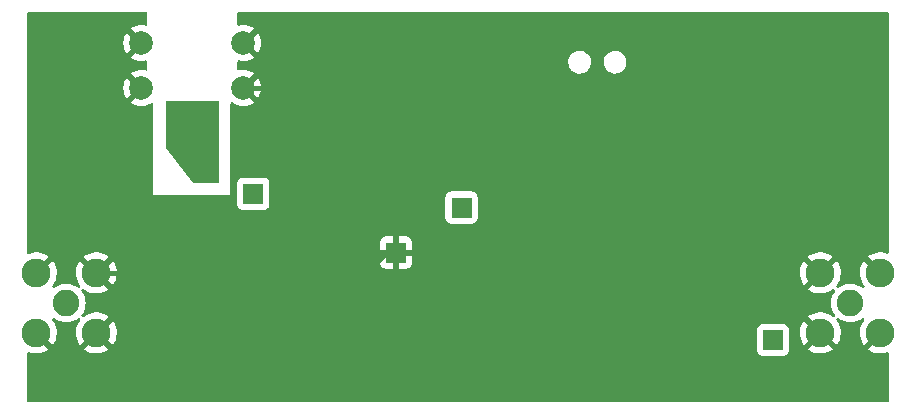
<source format=gbl>
G04 #@! TF.GenerationSoftware,KiCad,Pcbnew,(6.0.0)*
G04 #@! TF.CreationDate,2022-02-06T13:52:44+09:00*
G04 #@! TF.ProjectId,mt_signallevelconv,6d745f73-6967-46e6-916c-6c6576656c63,0.1*
G04 #@! TF.SameCoordinates,Original*
G04 #@! TF.FileFunction,Copper,L2,Bot*
G04 #@! TF.FilePolarity,Positive*
%FSLAX46Y46*%
G04 Gerber Fmt 4.6, Leading zero omitted, Abs format (unit mm)*
G04 Created by KiCad (PCBNEW (6.0.0)) date 2022-02-06 13:52:44*
%MOMM*%
%LPD*%
G01*
G04 APERTURE LIST*
G04 #@! TA.AperFunction,ComponentPad*
%ADD10R,1.700000X1.700000*%
G04 #@! TD*
G04 #@! TA.AperFunction,ComponentPad*
%ADD11C,2.450000*%
G04 #@! TD*
G04 #@! TA.AperFunction,ComponentPad*
%ADD12C,2.250000*%
G04 #@! TD*
G04 #@! TA.AperFunction,ComponentPad*
%ADD13C,2.010000*%
G04 #@! TD*
G04 #@! TA.AperFunction,ViaPad*
%ADD14C,0.889000*%
G04 #@! TD*
G04 #@! TA.AperFunction,Conductor*
%ADD15C,0.406400*%
G04 #@! TD*
G04 APERTURE END LIST*
D10*
G04 #@! TO.P,J3,1,Pin_1*
G04 #@! TO.N,Net-(J3-Pad1)*
X114178800Y-78783600D03*
G04 #@! TD*
G04 #@! TO.P,J5,1,Pin_1*
G04 #@! TO.N,GND*
X82262600Y-71366800D03*
G04 #@! TD*
G04 #@! TO.P,J6,1,Pin_1*
G04 #@! TO.N,/5V*
X70179200Y-66391200D03*
G04 #@! TD*
G04 #@! TO.P,J7,1,Pin_1*
G04 #@! TO.N,/3V3*
X87808800Y-67556000D03*
G04 #@! TD*
D11*
G04 #@! TO.P,J4,1,1*
G04 #@! TO.N,GND*
X123272000Y-73094000D03*
G04 #@! TO.P,J4,2,2*
X123272000Y-78174000D03*
G04 #@! TO.P,J4,3,3*
X118192000Y-73094000D03*
G04 #@! TO.P,J4,4,4*
X118192000Y-78174000D03*
D12*
G04 #@! TO.P,J4,5,5*
G04 #@! TO.N,Net-(J4-Pad5)*
X120732000Y-75634000D03*
G04 #@! TD*
D11*
G04 #@! TO.P,J1,1,1*
G04 #@! TO.N,GND*
X51808000Y-78174000D03*
G04 #@! TO.P,J1,2,2*
X51808000Y-73094000D03*
G04 #@! TO.P,J1,3,3*
X56888000Y-78174000D03*
G04 #@! TO.P,J1,4,4*
X56888000Y-73094000D03*
D12*
G04 #@! TO.P,J1,5,5*
G04 #@! TO.N,Net-(C1-Pad1)*
X54348000Y-75634000D03*
G04 #@! TD*
D13*
G04 #@! TO.P,J2,MH1,MH1*
G04 #@! TO.N,GND*
X69345000Y-53625000D03*
G04 #@! TO.P,J2,MH2,MH2*
X60705000Y-53625000D03*
G04 #@! TO.P,J2,MH3,MH3*
X69345000Y-57425000D03*
G04 #@! TO.P,J2,MH4,MH4*
X60705000Y-57425000D03*
G04 #@! TD*
D14*
G04 #@! TO.N,GND*
X104700000Y-78725000D03*
X60925000Y-61425000D03*
X52775000Y-69475000D03*
X63625000Y-73850000D03*
X61000000Y-77775000D03*
X64175000Y-71300000D03*
X75975000Y-71400000D03*
X111325000Y-63250000D03*
X121375000Y-63100000D03*
X52675000Y-52575000D03*
X52425000Y-82625000D03*
X70125000Y-73575000D03*
X80900000Y-74100000D03*
X85925000Y-80150000D03*
X75775000Y-80950000D03*
X87900000Y-73375000D03*
X93100000Y-78900000D03*
X99550000Y-82325000D03*
X100200000Y-73075000D03*
X96600000Y-62950000D03*
X105300000Y-72525000D03*
X100825000Y-62950000D03*
X104025000Y-52750000D03*
X121650000Y-53225000D03*
X117276000Y-82876000D03*
G04 #@! TO.N,/5V*
X66545000Y-59205000D03*
X65278000Y-64008000D03*
X66545000Y-64930000D03*
X63505000Y-59177000D03*
G04 #@! TO.N,GND*
X77220400Y-65527600D03*
X75634000Y-77158000D03*
X77542800Y-57331200D03*
X81026000Y-54610000D03*
X91694000Y-62992000D03*
X92956000Y-71636000D03*
G04 #@! TD*
D15*
G04 #@! TO.N,GND*
X92956000Y-64254000D02*
X92956000Y-71636000D01*
X91694000Y-62992000D02*
X92956000Y-64254000D01*
G04 #@! TO.N,/5V*
X63505000Y-59177000D02*
X63505000Y-62235000D01*
X63505000Y-62235000D02*
X65278000Y-64008000D01*
G04 #@! TO.N,GND*
X75634000Y-77158000D02*
X71570000Y-73094000D01*
X75634000Y-77158000D02*
X81425200Y-71366800D01*
X92686800Y-71366800D02*
X82262600Y-71366800D01*
X78304800Y-57331200D02*
X77542800Y-57331200D01*
X77220400Y-65527600D02*
X77220400Y-65300400D01*
X77542800Y-57331200D02*
X77449000Y-57425000D01*
X77449000Y-57425000D02*
X69345000Y-57425000D01*
X77220400Y-65300400D02*
X69345000Y-57425000D01*
X92956000Y-71636000D02*
X92686800Y-71366800D01*
X71570000Y-73094000D02*
X56888000Y-73094000D01*
X81026000Y-54610000D02*
X78304800Y-57331200D01*
X81425200Y-71366800D02*
X82262600Y-71366800D01*
G04 #@! TD*
G04 #@! TA.AperFunction,Conductor*
G04 #@! TO.N,GND*
G36*
X68820700Y-67289334D02*
G01*
X68827455Y-67351516D01*
X68878585Y-67487905D01*
X68965939Y-67604461D01*
X69082495Y-67691815D01*
X69218884Y-67742945D01*
X69250000Y-67746325D01*
X69250000Y-84000000D01*
X60725000Y-84000000D01*
X60725000Y-66500000D01*
X68820700Y-66500000D01*
X68820700Y-67289334D01*
G37*
G04 #@! TD.AperFunction*
G04 #@! TD*
G04 #@! TA.AperFunction,Conductor*
G04 #@! TO.N,GND*
G36*
X123942121Y-51020002D02*
G01*
X123988614Y-51073658D01*
X124000000Y-51126000D01*
X124000000Y-71334698D01*
X123979998Y-71402819D01*
X123926342Y-71449312D01*
X123856068Y-71459416D01*
X123835587Y-71454700D01*
X123682140Y-71405581D01*
X123673089Y-71403408D01*
X123428076Y-71363505D01*
X123418787Y-71362693D01*
X123170583Y-71359443D01*
X123161272Y-71360013D01*
X122915319Y-71393485D01*
X122906183Y-71395427D01*
X122667882Y-71464886D01*
X122659139Y-71468155D01*
X122433715Y-71572077D01*
X122425560Y-71576597D01*
X122252410Y-71690119D01*
X122243273Y-71700860D01*
X122247846Y-71710636D01*
X123542115Y-73004905D01*
X123576141Y-73067217D01*
X123571076Y-73138032D01*
X123542115Y-73183095D01*
X123361095Y-73364115D01*
X123298783Y-73398141D01*
X123227968Y-73393076D01*
X123182905Y-73364115D01*
X121891075Y-72072285D01*
X121877766Y-72065017D01*
X121867731Y-72072137D01*
X121860174Y-72081223D01*
X121854753Y-72088823D01*
X121725984Y-72301028D01*
X121721746Y-72309345D01*
X121625756Y-72538254D01*
X121622795Y-72547104D01*
X121561695Y-72787687D01*
X121560074Y-72796881D01*
X121535206Y-73043853D01*
X121534961Y-73053180D01*
X121546871Y-73301120D01*
X121548008Y-73310380D01*
X121596435Y-73553843D01*
X121598924Y-73562818D01*
X121682806Y-73796447D01*
X121686603Y-73804975D01*
X121804091Y-74023630D01*
X121809102Y-74031497D01*
X121905837Y-74161041D01*
X121930569Y-74227591D01*
X121915395Y-74296947D01*
X121865133Y-74347089D01*
X121795740Y-74362098D01*
X121729250Y-74337208D01*
X121723049Y-74332241D01*
X121698881Y-74311599D01*
X121698874Y-74311594D01*
X121695116Y-74308384D01*
X121475887Y-74174040D01*
X121471317Y-74172147D01*
X121471313Y-74172145D01*
X121242913Y-74077539D01*
X121242911Y-74077538D01*
X121238340Y-74075645D01*
X121151498Y-74054796D01*
X120993139Y-74016777D01*
X120993133Y-74016776D01*
X120988326Y-74015622D01*
X120732000Y-73995449D01*
X120475674Y-74015622D01*
X120470867Y-74016776D01*
X120470861Y-74016777D01*
X120312502Y-74054796D01*
X120225660Y-74075645D01*
X120221089Y-74077538D01*
X120221087Y-74077539D01*
X119992687Y-74172145D01*
X119992683Y-74172147D01*
X119988113Y-74174040D01*
X119768884Y-74308384D01*
X119755705Y-74319640D01*
X119690917Y-74348670D01*
X119620717Y-74338063D01*
X119567395Y-74291188D01*
X119547880Y-74222926D01*
X119568369Y-74154950D01*
X119574205Y-74147260D01*
X119574019Y-74147120D01*
X119582446Y-74135937D01*
X119716732Y-73927166D01*
X119721179Y-73918974D01*
X119823132Y-73692647D01*
X119826323Y-73683880D01*
X119893701Y-73444977D01*
X119895561Y-73435835D01*
X119927079Y-73188083D01*
X119927560Y-73181797D01*
X119929776Y-73097160D01*
X119929625Y-73090851D01*
X119911116Y-72841780D01*
X119909739Y-72832574D01*
X119854954Y-72590456D01*
X119852230Y-72581545D01*
X119762261Y-72350191D01*
X119758247Y-72341774D01*
X119635068Y-72126257D01*
X119629858Y-72118534D01*
X119595589Y-72075063D01*
X119583665Y-72066593D01*
X119572130Y-72073080D01*
X117172158Y-74473052D01*
X117165499Y-74485246D01*
X117174210Y-74496763D01*
X117267310Y-74565028D01*
X117275213Y-74569965D01*
X117494880Y-74685538D01*
X117503454Y-74689266D01*
X117737793Y-74771101D01*
X117746802Y-74773515D01*
X117990682Y-74819817D01*
X117999936Y-74820871D01*
X118247982Y-74830617D01*
X118257295Y-74830291D01*
X118504047Y-74803268D01*
X118513224Y-74801567D01*
X118753269Y-74738369D01*
X118762089Y-74735332D01*
X118990160Y-74637345D01*
X118998432Y-74633038D01*
X119209515Y-74502416D01*
X119217052Y-74496940D01*
X119248275Y-74470508D01*
X119313191Y-74441760D01*
X119383344Y-74452673D01*
X119436461Y-74499780D01*
X119455678Y-74568126D01*
X119434893Y-74636012D01*
X119425498Y-74648504D01*
X119406384Y-74670884D01*
X119272040Y-74890113D01*
X119173645Y-75127660D01*
X119113622Y-75377674D01*
X119093449Y-75634000D01*
X119113622Y-75890326D01*
X119173645Y-76140340D01*
X119272040Y-76377887D01*
X119406384Y-76597116D01*
X119424012Y-76617755D01*
X119453041Y-76682545D01*
X119442434Y-76752744D01*
X119395558Y-76806066D01*
X119327296Y-76825580D01*
X119256378Y-76803110D01*
X119077872Y-76679275D01*
X119069837Y-76674542D01*
X118847201Y-76564750D01*
X118838568Y-76561262D01*
X118602140Y-76485581D01*
X118593089Y-76483408D01*
X118348076Y-76443505D01*
X118338787Y-76442693D01*
X118090583Y-76439443D01*
X118081272Y-76440013D01*
X117835319Y-76473485D01*
X117826183Y-76475427D01*
X117587882Y-76544886D01*
X117579139Y-76548155D01*
X117353715Y-76652077D01*
X117345560Y-76656597D01*
X117172410Y-76770119D01*
X117163273Y-76780860D01*
X117167846Y-76790636D01*
X119573823Y-79196613D01*
X119586203Y-79203373D01*
X119594544Y-79197129D01*
X119716732Y-79007166D01*
X119721178Y-78998977D01*
X119823132Y-78772647D01*
X119826323Y-78763880D01*
X119893701Y-78524977D01*
X119895561Y-78515835D01*
X119927079Y-78268083D01*
X119927560Y-78261797D01*
X119929776Y-78177160D01*
X119929625Y-78170851D01*
X119911116Y-77921780D01*
X119909739Y-77912574D01*
X119854954Y-77670456D01*
X119852230Y-77661545D01*
X119762261Y-77430191D01*
X119758247Y-77421774D01*
X119635070Y-77206262D01*
X119629854Y-77198529D01*
X119558821Y-77108423D01*
X119532356Y-77042543D01*
X119545709Y-76972813D01*
X119594641Y-76921373D01*
X119663617Y-76904553D01*
X119730736Y-76927694D01*
X119739601Y-76934606D01*
X119765119Y-76956401D01*
X119765124Y-76956404D01*
X119768884Y-76959616D01*
X119988113Y-77093960D01*
X119992683Y-77095853D01*
X119992687Y-77095855D01*
X120221087Y-77190461D01*
X120225660Y-77192355D01*
X120251377Y-77198529D01*
X120470861Y-77251223D01*
X120470867Y-77251224D01*
X120475674Y-77252378D01*
X120732000Y-77272551D01*
X120988326Y-77252378D01*
X120993133Y-77251224D01*
X120993139Y-77251223D01*
X121212623Y-77198529D01*
X121238340Y-77192355D01*
X121242913Y-77190461D01*
X121471313Y-77095855D01*
X121471317Y-77095853D01*
X121475887Y-77093960D01*
X121695116Y-76959616D01*
X121720437Y-76937990D01*
X121785227Y-76908959D01*
X121855427Y-76919564D01*
X121908749Y-76966439D01*
X121928264Y-77034701D01*
X121907776Y-77102677D01*
X121899141Y-77114371D01*
X121860167Y-77161232D01*
X121854757Y-77168817D01*
X121725984Y-77381028D01*
X121721746Y-77389345D01*
X121625756Y-77618254D01*
X121622795Y-77627104D01*
X121561695Y-77867687D01*
X121560074Y-77876881D01*
X121535206Y-78123853D01*
X121534961Y-78133180D01*
X121546871Y-78381120D01*
X121548008Y-78390380D01*
X121596435Y-78633843D01*
X121598924Y-78642818D01*
X121682806Y-78876447D01*
X121686603Y-78884975D01*
X121804091Y-79103630D01*
X121809105Y-79111501D01*
X121869308Y-79192123D01*
X121880569Y-79200574D01*
X121892987Y-79193803D01*
X123182905Y-77903885D01*
X123245217Y-77869859D01*
X123316032Y-77874924D01*
X123361095Y-77903885D01*
X123542115Y-78084905D01*
X123576141Y-78147217D01*
X123571076Y-78218032D01*
X123542115Y-78263095D01*
X122252158Y-79553052D01*
X122245499Y-79565246D01*
X122254210Y-79576763D01*
X122347310Y-79645028D01*
X122355213Y-79649965D01*
X122574880Y-79765538D01*
X122583454Y-79769266D01*
X122817793Y-79851101D01*
X122826802Y-79853515D01*
X123070682Y-79899817D01*
X123079936Y-79900871D01*
X123327982Y-79910617D01*
X123337295Y-79910291D01*
X123584047Y-79883268D01*
X123593224Y-79881567D01*
X123837792Y-79817178D01*
X123838070Y-79818232D01*
X123903910Y-79815207D01*
X123965336Y-79850807D01*
X123997763Y-79913966D01*
X124000000Y-79937605D01*
X124000000Y-83874000D01*
X123979998Y-83942121D01*
X123926342Y-83988614D01*
X123874000Y-84000000D01*
X68250000Y-84000000D01*
X68250000Y-79681734D01*
X112820300Y-79681734D01*
X112827055Y-79743916D01*
X112878185Y-79880305D01*
X112965539Y-79996861D01*
X113082095Y-80084215D01*
X113218484Y-80135345D01*
X113280666Y-80142100D01*
X115076934Y-80142100D01*
X115139116Y-80135345D01*
X115275505Y-80084215D01*
X115392061Y-79996861D01*
X115479415Y-79880305D01*
X115530545Y-79743916D01*
X115537300Y-79681734D01*
X115537300Y-79565246D01*
X117165499Y-79565246D01*
X117174210Y-79576763D01*
X117267310Y-79645028D01*
X117275213Y-79649965D01*
X117494880Y-79765538D01*
X117503454Y-79769266D01*
X117737793Y-79851101D01*
X117746802Y-79853515D01*
X117990682Y-79899817D01*
X117999936Y-79900871D01*
X118247982Y-79910617D01*
X118257295Y-79910291D01*
X118504047Y-79883268D01*
X118513224Y-79881567D01*
X118753269Y-79818369D01*
X118762089Y-79815332D01*
X118990160Y-79717345D01*
X118998432Y-79713038D01*
X119209513Y-79582417D01*
X119213904Y-79579227D01*
X119221778Y-79567279D01*
X119215715Y-79556925D01*
X118204812Y-78546022D01*
X118190868Y-78538408D01*
X118189035Y-78538539D01*
X118182420Y-78542790D01*
X117172158Y-79553052D01*
X117165499Y-79565246D01*
X115537300Y-79565246D01*
X115537300Y-78133180D01*
X116454961Y-78133180D01*
X116466871Y-78381120D01*
X116468008Y-78390380D01*
X116516435Y-78633843D01*
X116518924Y-78642818D01*
X116602806Y-78876447D01*
X116606603Y-78884975D01*
X116724091Y-79103630D01*
X116729105Y-79111501D01*
X116789308Y-79192123D01*
X116800569Y-79200574D01*
X116812987Y-79193803D01*
X117819978Y-78186812D01*
X117827592Y-78172868D01*
X117827461Y-78171035D01*
X117823210Y-78164420D01*
X116811075Y-77152285D01*
X116797766Y-77145017D01*
X116787731Y-77152137D01*
X116780174Y-77161223D01*
X116774753Y-77168823D01*
X116645984Y-77381028D01*
X116641746Y-77389345D01*
X116545756Y-77618254D01*
X116542795Y-77627104D01*
X116481695Y-77867687D01*
X116480074Y-77876881D01*
X116455206Y-78123853D01*
X116454961Y-78133180D01*
X115537300Y-78133180D01*
X115537300Y-77885466D01*
X115530545Y-77823284D01*
X115479415Y-77686895D01*
X115392061Y-77570339D01*
X115275505Y-77482985D01*
X115139116Y-77431855D01*
X115076934Y-77425100D01*
X113280666Y-77425100D01*
X113218484Y-77431855D01*
X113082095Y-77482985D01*
X112965539Y-77570339D01*
X112878185Y-77686895D01*
X112827055Y-77823284D01*
X112820300Y-77885466D01*
X112820300Y-79681734D01*
X68250000Y-79681734D01*
X68250000Y-73053180D01*
X116454961Y-73053180D01*
X116466871Y-73301120D01*
X116468008Y-73310380D01*
X116516435Y-73553843D01*
X116518924Y-73562818D01*
X116602806Y-73796447D01*
X116606603Y-73804975D01*
X116724091Y-74023630D01*
X116729105Y-74031501D01*
X116789308Y-74112123D01*
X116800569Y-74120574D01*
X116812987Y-74113803D01*
X117819978Y-73106812D01*
X117827592Y-73092868D01*
X117827461Y-73091035D01*
X117823210Y-73084420D01*
X116811075Y-72072285D01*
X116797766Y-72065017D01*
X116787731Y-72072137D01*
X116780174Y-72081223D01*
X116774753Y-72088823D01*
X116645984Y-72301028D01*
X116641746Y-72309345D01*
X116545756Y-72538254D01*
X116542795Y-72547104D01*
X116481695Y-72787687D01*
X116480074Y-72796881D01*
X116455206Y-73043853D01*
X116454961Y-73053180D01*
X68250000Y-73053180D01*
X68250000Y-72261469D01*
X80904601Y-72261469D01*
X80904971Y-72268290D01*
X80910495Y-72319152D01*
X80914121Y-72334404D01*
X80959276Y-72454854D01*
X80967814Y-72470449D01*
X81044315Y-72572524D01*
X81056876Y-72585085D01*
X81158951Y-72661586D01*
X81174546Y-72670124D01*
X81294994Y-72715278D01*
X81310249Y-72718905D01*
X81361114Y-72724431D01*
X81367928Y-72724800D01*
X81990485Y-72724800D01*
X82005724Y-72720325D01*
X82006929Y-72718935D01*
X82008600Y-72711252D01*
X82008600Y-72706684D01*
X82516600Y-72706684D01*
X82521075Y-72721923D01*
X82522465Y-72723128D01*
X82530148Y-72724799D01*
X83157269Y-72724799D01*
X83164090Y-72724429D01*
X83214952Y-72718905D01*
X83230204Y-72715279D01*
X83350654Y-72670124D01*
X83366249Y-72661586D01*
X83468324Y-72585085D01*
X83480885Y-72572524D01*
X83557386Y-72470449D01*
X83565924Y-72454854D01*
X83611078Y-72334406D01*
X83614705Y-72319151D01*
X83620231Y-72268286D01*
X83620600Y-72261472D01*
X83620600Y-71700860D01*
X117163273Y-71700860D01*
X117167846Y-71710636D01*
X118179188Y-72721978D01*
X118193132Y-72729592D01*
X118194965Y-72729461D01*
X118201580Y-72725210D01*
X119212453Y-71714337D01*
X119218837Y-71702647D01*
X119209425Y-71690537D01*
X119077868Y-71599272D01*
X119069839Y-71594543D01*
X118847201Y-71484750D01*
X118838568Y-71481262D01*
X118602140Y-71405581D01*
X118593089Y-71403408D01*
X118348076Y-71363505D01*
X118338787Y-71362693D01*
X118090583Y-71359443D01*
X118081272Y-71360013D01*
X117835319Y-71393485D01*
X117826183Y-71395427D01*
X117587882Y-71464886D01*
X117579139Y-71468155D01*
X117353715Y-71572077D01*
X117345560Y-71576597D01*
X117172410Y-71690119D01*
X117163273Y-71700860D01*
X83620600Y-71700860D01*
X83620600Y-71638915D01*
X83616125Y-71623676D01*
X83614735Y-71622471D01*
X83607052Y-71620800D01*
X82534715Y-71620800D01*
X82519476Y-71625275D01*
X82518271Y-71626665D01*
X82516600Y-71634348D01*
X82516600Y-72706684D01*
X82008600Y-72706684D01*
X82008600Y-71638915D01*
X82004125Y-71623676D01*
X82002735Y-71622471D01*
X81995052Y-71620800D01*
X80922716Y-71620800D01*
X80907477Y-71625275D01*
X80906272Y-71626665D01*
X80904601Y-71634348D01*
X80904601Y-72261469D01*
X68250000Y-72261469D01*
X68250000Y-71094685D01*
X80904600Y-71094685D01*
X80909075Y-71109924D01*
X80910465Y-71111129D01*
X80918148Y-71112800D01*
X81990485Y-71112800D01*
X82005724Y-71108325D01*
X82006929Y-71106935D01*
X82008600Y-71099252D01*
X82008600Y-71094685D01*
X82516600Y-71094685D01*
X82521075Y-71109924D01*
X82522465Y-71111129D01*
X82530148Y-71112800D01*
X83602484Y-71112800D01*
X83617723Y-71108325D01*
X83618928Y-71106935D01*
X83620599Y-71099252D01*
X83620599Y-70472131D01*
X83620229Y-70465310D01*
X83614705Y-70414448D01*
X83611079Y-70399196D01*
X83565924Y-70278746D01*
X83557386Y-70263151D01*
X83480885Y-70161076D01*
X83468324Y-70148515D01*
X83366249Y-70072014D01*
X83350654Y-70063476D01*
X83230206Y-70018322D01*
X83214951Y-70014695D01*
X83164086Y-70009169D01*
X83157272Y-70008800D01*
X82534715Y-70008800D01*
X82519476Y-70013275D01*
X82518271Y-70014665D01*
X82516600Y-70022348D01*
X82516600Y-71094685D01*
X82008600Y-71094685D01*
X82008600Y-70026916D01*
X82004125Y-70011677D01*
X82002735Y-70010472D01*
X81995052Y-70008801D01*
X81367931Y-70008801D01*
X81361110Y-70009171D01*
X81310248Y-70014695D01*
X81294996Y-70018321D01*
X81174546Y-70063476D01*
X81158951Y-70072014D01*
X81056876Y-70148515D01*
X81044315Y-70161076D01*
X80967814Y-70263151D01*
X80959276Y-70278746D01*
X80914122Y-70399194D01*
X80910495Y-70414449D01*
X80904969Y-70465314D01*
X80904600Y-70472128D01*
X80904600Y-71094685D01*
X68250000Y-71094685D01*
X68250000Y-68454134D01*
X86450300Y-68454134D01*
X86457055Y-68516316D01*
X86508185Y-68652705D01*
X86595539Y-68769261D01*
X86712095Y-68856615D01*
X86848484Y-68907745D01*
X86910666Y-68914500D01*
X88706934Y-68914500D01*
X88769116Y-68907745D01*
X88905505Y-68856615D01*
X89022061Y-68769261D01*
X89109415Y-68652705D01*
X89160545Y-68516316D01*
X89167300Y-68454134D01*
X89167300Y-66657866D01*
X89160545Y-66595684D01*
X89109415Y-66459295D01*
X89022061Y-66342739D01*
X88905505Y-66255385D01*
X88769116Y-66204255D01*
X88706934Y-66197500D01*
X86910666Y-66197500D01*
X86848484Y-66204255D01*
X86712095Y-66255385D01*
X86595539Y-66342739D01*
X86508185Y-66459295D01*
X86457055Y-66595684D01*
X86450300Y-66657866D01*
X86450300Y-68454134D01*
X68250000Y-68454134D01*
X68250000Y-67289334D01*
X68820700Y-67289334D01*
X68827455Y-67351516D01*
X68878585Y-67487905D01*
X68965939Y-67604461D01*
X69082495Y-67691815D01*
X69218884Y-67742945D01*
X69281066Y-67749700D01*
X71077334Y-67749700D01*
X71139516Y-67742945D01*
X71275905Y-67691815D01*
X71392461Y-67604461D01*
X71479815Y-67487905D01*
X71530945Y-67351516D01*
X71537700Y-67289334D01*
X71537700Y-65493066D01*
X71530945Y-65430884D01*
X71479815Y-65294495D01*
X71392461Y-65177939D01*
X71275905Y-65090585D01*
X71139516Y-65039455D01*
X71077334Y-65032700D01*
X69281066Y-65032700D01*
X69218884Y-65039455D01*
X69082495Y-65090585D01*
X68965939Y-65177939D01*
X68878585Y-65294495D01*
X68827455Y-65430884D01*
X68820700Y-65493066D01*
X68820700Y-67289334D01*
X68250000Y-67289334D01*
X68250000Y-58752198D01*
X68270002Y-58684077D01*
X68323658Y-58637584D01*
X68393932Y-58627480D01*
X68450063Y-58650263D01*
X68457152Y-58655414D01*
X68651769Y-58774675D01*
X68660563Y-58779156D01*
X68871439Y-58866504D01*
X68880824Y-58869553D01*
X69102770Y-58922838D01*
X69112517Y-58924381D01*
X69340070Y-58942290D01*
X69349930Y-58942290D01*
X69577483Y-58924381D01*
X69587230Y-58922838D01*
X69809176Y-58869553D01*
X69818561Y-58866504D01*
X70029437Y-58779156D01*
X70038231Y-58774675D01*
X70207083Y-58671203D01*
X70216543Y-58660747D01*
X70212759Y-58651969D01*
X69074885Y-57514095D01*
X69040859Y-57451783D01*
X69042694Y-57426132D01*
X69709408Y-57426132D01*
X69709539Y-57427965D01*
X69713790Y-57434580D01*
X70568926Y-58289716D01*
X70581306Y-58296476D01*
X70588956Y-58290749D01*
X70694675Y-58118231D01*
X70699156Y-58109437D01*
X70786504Y-57898561D01*
X70789553Y-57889176D01*
X70842838Y-57667230D01*
X70844381Y-57657483D01*
X70862290Y-57429930D01*
X70862290Y-57420070D01*
X70844381Y-57192517D01*
X70842838Y-57182770D01*
X70789553Y-56960824D01*
X70786504Y-56951439D01*
X70699156Y-56740563D01*
X70694675Y-56731769D01*
X70591203Y-56562917D01*
X70580747Y-56553457D01*
X70571969Y-56557241D01*
X69717022Y-57412188D01*
X69709408Y-57426132D01*
X69042694Y-57426132D01*
X69045924Y-57380968D01*
X69074885Y-57335905D01*
X70209716Y-56201074D01*
X70216476Y-56188694D01*
X70210749Y-56181044D01*
X70038231Y-56075325D01*
X70029437Y-56070844D01*
X69818561Y-55983496D01*
X69809176Y-55980447D01*
X69587230Y-55927162D01*
X69577483Y-55925619D01*
X69349930Y-55907710D01*
X69340070Y-55907710D01*
X69112517Y-55925619D01*
X69102770Y-55927162D01*
X68989414Y-55954377D01*
X68918506Y-55950830D01*
X68860772Y-55909510D01*
X68834542Y-55843537D01*
X68834000Y-55831858D01*
X68834000Y-55304729D01*
X96843307Y-55304729D01*
X96872425Y-55497264D01*
X96874628Y-55503250D01*
X96874629Y-55503256D01*
X96937460Y-55674025D01*
X96937462Y-55674030D01*
X96939663Y-55680011D01*
X97042274Y-55845505D01*
X97046655Y-55850138D01*
X97046656Y-55850139D01*
X97118607Y-55926225D01*
X97176066Y-55986987D01*
X97335575Y-56098676D01*
X97341438Y-56101213D01*
X97508425Y-56173475D01*
X97508429Y-56173476D01*
X97514284Y-56176010D01*
X97520531Y-56177315D01*
X97520534Y-56177316D01*
X97700157Y-56214841D01*
X97700162Y-56214842D01*
X97704893Y-56215830D01*
X97711285Y-56216165D01*
X97854263Y-56216165D01*
X97923551Y-56209127D01*
X97992978Y-56202075D01*
X97992979Y-56202075D01*
X97999327Y-56201430D01*
X98055661Y-56183776D01*
X98179051Y-56145109D01*
X98179056Y-56145107D01*
X98185141Y-56143200D01*
X98272075Y-56095011D01*
X98349871Y-56051888D01*
X98349874Y-56051886D01*
X98355450Y-56048795D01*
X98360291Y-56044646D01*
X98360295Y-56044643D01*
X98498455Y-55926225D01*
X98503298Y-55922074D01*
X98622646Y-55768212D01*
X98663379Y-55685433D01*
X98705800Y-55599221D01*
X98708618Y-55593494D01*
X98710228Y-55587314D01*
X98756092Y-55411240D01*
X98756092Y-55411237D01*
X98757702Y-55405058D01*
X98762960Y-55304729D01*
X99843307Y-55304729D01*
X99872425Y-55497264D01*
X99874628Y-55503250D01*
X99874629Y-55503256D01*
X99937460Y-55674025D01*
X99937462Y-55674030D01*
X99939663Y-55680011D01*
X100042274Y-55845505D01*
X100046655Y-55850138D01*
X100046656Y-55850139D01*
X100118607Y-55926225D01*
X100176066Y-55986987D01*
X100335575Y-56098676D01*
X100341438Y-56101213D01*
X100508425Y-56173475D01*
X100508429Y-56173476D01*
X100514284Y-56176010D01*
X100520531Y-56177315D01*
X100520534Y-56177316D01*
X100700157Y-56214841D01*
X100700162Y-56214842D01*
X100704893Y-56215830D01*
X100711285Y-56216165D01*
X100854263Y-56216165D01*
X100923551Y-56209127D01*
X100992978Y-56202075D01*
X100992979Y-56202075D01*
X100999327Y-56201430D01*
X101055661Y-56183776D01*
X101179051Y-56145109D01*
X101179056Y-56145107D01*
X101185141Y-56143200D01*
X101272075Y-56095011D01*
X101349871Y-56051888D01*
X101349874Y-56051886D01*
X101355450Y-56048795D01*
X101360291Y-56044646D01*
X101360295Y-56044643D01*
X101498455Y-55926225D01*
X101503298Y-55922074D01*
X101622646Y-55768212D01*
X101663379Y-55685433D01*
X101705800Y-55599221D01*
X101708618Y-55593494D01*
X101710228Y-55587314D01*
X101756092Y-55411240D01*
X101756092Y-55411237D01*
X101757702Y-55405058D01*
X101767893Y-55210601D01*
X101738775Y-55018066D01*
X101736572Y-55012080D01*
X101736571Y-55012074D01*
X101673740Y-54841305D01*
X101673738Y-54841300D01*
X101671537Y-54835319D01*
X101568926Y-54669825D01*
X101435134Y-54528343D01*
X101275625Y-54416654D01*
X101227613Y-54395877D01*
X101102775Y-54341855D01*
X101102771Y-54341854D01*
X101096916Y-54339320D01*
X101090669Y-54338015D01*
X101090666Y-54338014D01*
X100911043Y-54300489D01*
X100911038Y-54300488D01*
X100906307Y-54299500D01*
X100899915Y-54299165D01*
X100756937Y-54299165D01*
X100687649Y-54306203D01*
X100618222Y-54313255D01*
X100618221Y-54313255D01*
X100611873Y-54313900D01*
X100598053Y-54318231D01*
X100432149Y-54370221D01*
X100432144Y-54370223D01*
X100426059Y-54372130D01*
X100350313Y-54414117D01*
X100261329Y-54463442D01*
X100261326Y-54463444D01*
X100255750Y-54466535D01*
X100250909Y-54470684D01*
X100250905Y-54470687D01*
X100220817Y-54496476D01*
X100107902Y-54593256D01*
X99988554Y-54747118D01*
X99985738Y-54752841D01*
X99985736Y-54752844D01*
X99905400Y-54916109D01*
X99902582Y-54921836D01*
X99900973Y-54928014D01*
X99900972Y-54928016D01*
X99855255Y-55103528D01*
X99853498Y-55110272D01*
X99843307Y-55304729D01*
X98762960Y-55304729D01*
X98767893Y-55210601D01*
X98738775Y-55018066D01*
X98736572Y-55012080D01*
X98736571Y-55012074D01*
X98673740Y-54841305D01*
X98673738Y-54841300D01*
X98671537Y-54835319D01*
X98568926Y-54669825D01*
X98435134Y-54528343D01*
X98275625Y-54416654D01*
X98227613Y-54395877D01*
X98102775Y-54341855D01*
X98102771Y-54341854D01*
X98096916Y-54339320D01*
X98090669Y-54338015D01*
X98090666Y-54338014D01*
X97911043Y-54300489D01*
X97911038Y-54300488D01*
X97906307Y-54299500D01*
X97899915Y-54299165D01*
X97756937Y-54299165D01*
X97687649Y-54306203D01*
X97618222Y-54313255D01*
X97618221Y-54313255D01*
X97611873Y-54313900D01*
X97598053Y-54318231D01*
X97432149Y-54370221D01*
X97432144Y-54370223D01*
X97426059Y-54372130D01*
X97350313Y-54414117D01*
X97261329Y-54463442D01*
X97261326Y-54463444D01*
X97255750Y-54466535D01*
X97250909Y-54470684D01*
X97250905Y-54470687D01*
X97220817Y-54496476D01*
X97107902Y-54593256D01*
X96988554Y-54747118D01*
X96985738Y-54752841D01*
X96985736Y-54752844D01*
X96905400Y-54916109D01*
X96902582Y-54921836D01*
X96900973Y-54928014D01*
X96900972Y-54928016D01*
X96855255Y-55103528D01*
X96853498Y-55110272D01*
X96843307Y-55304729D01*
X68834000Y-55304729D01*
X68834000Y-55218142D01*
X68854002Y-55150021D01*
X68907658Y-55103528D01*
X68977932Y-55093424D01*
X68989414Y-55095623D01*
X69102770Y-55122838D01*
X69112517Y-55124381D01*
X69340070Y-55142290D01*
X69349930Y-55142290D01*
X69577483Y-55124381D01*
X69587230Y-55122838D01*
X69809176Y-55069553D01*
X69818561Y-55066504D01*
X70029437Y-54979156D01*
X70038231Y-54974675D01*
X70207083Y-54871203D01*
X70216543Y-54860747D01*
X70212759Y-54851969D01*
X69074885Y-53714095D01*
X69040859Y-53651783D01*
X69042694Y-53626132D01*
X69709408Y-53626132D01*
X69709539Y-53627965D01*
X69713790Y-53634580D01*
X70568926Y-54489716D01*
X70581306Y-54496476D01*
X70588956Y-54490749D01*
X70694675Y-54318231D01*
X70699156Y-54309437D01*
X70786504Y-54098561D01*
X70789553Y-54089176D01*
X70842838Y-53867230D01*
X70844381Y-53857483D01*
X70862290Y-53629930D01*
X70862290Y-53620070D01*
X70844381Y-53392517D01*
X70842838Y-53382770D01*
X70789553Y-53160824D01*
X70786504Y-53151439D01*
X70699156Y-52940563D01*
X70694675Y-52931769D01*
X70591203Y-52762917D01*
X70580747Y-52753457D01*
X70571969Y-52757241D01*
X69717022Y-53612188D01*
X69709408Y-53626132D01*
X69042694Y-53626132D01*
X69045924Y-53580968D01*
X69074885Y-53535905D01*
X70209716Y-52401074D01*
X70216476Y-52388694D01*
X70210749Y-52381044D01*
X70038231Y-52275325D01*
X70029437Y-52270844D01*
X69818561Y-52183496D01*
X69809176Y-52180447D01*
X69587230Y-52127162D01*
X69577483Y-52125619D01*
X69349930Y-52107710D01*
X69340070Y-52107710D01*
X69112517Y-52125619D01*
X69102770Y-52127162D01*
X68989414Y-52154377D01*
X68918506Y-52150830D01*
X68860772Y-52109510D01*
X68834542Y-52043537D01*
X68834000Y-52031858D01*
X68834000Y-51126000D01*
X68854002Y-51057879D01*
X68907658Y-51011386D01*
X68960000Y-51000000D01*
X123874000Y-51000000D01*
X123942121Y-51020002D01*
G37*
G04 #@! TD.AperFunction*
G04 #@! TD*
G04 #@! TA.AperFunction,Conductor*
G04 #@! TO.N,GND*
G36*
X61156121Y-51020002D02*
G01*
X61202614Y-51073658D01*
X61214000Y-51126000D01*
X61214000Y-52031378D01*
X61193998Y-52099499D01*
X61140342Y-52145992D01*
X61070068Y-52156096D01*
X61058586Y-52153897D01*
X60947230Y-52127162D01*
X60937483Y-52125619D01*
X60709930Y-52107710D01*
X60700070Y-52107710D01*
X60472517Y-52125619D01*
X60462770Y-52127162D01*
X60240824Y-52180447D01*
X60231439Y-52183496D01*
X60020563Y-52270844D01*
X60011769Y-52275325D01*
X59842917Y-52378797D01*
X59833457Y-52389253D01*
X59837241Y-52398031D01*
X60975115Y-53535905D01*
X61009141Y-53598217D01*
X61004076Y-53669032D01*
X60975115Y-53714095D01*
X59840284Y-54848926D01*
X59833524Y-54861306D01*
X59839251Y-54868956D01*
X60011769Y-54974675D01*
X60020563Y-54979156D01*
X60231439Y-55066504D01*
X60240824Y-55069553D01*
X60462770Y-55122838D01*
X60472517Y-55124381D01*
X60700070Y-55142290D01*
X60709930Y-55142290D01*
X60937483Y-55124381D01*
X60947230Y-55122838D01*
X61058586Y-55096103D01*
X61129494Y-55099650D01*
X61187228Y-55140970D01*
X61213458Y-55206943D01*
X61214000Y-55218622D01*
X61214000Y-55831378D01*
X61193998Y-55899499D01*
X61140342Y-55945992D01*
X61070068Y-55956096D01*
X61058586Y-55953897D01*
X60947230Y-55927162D01*
X60937483Y-55925619D01*
X60709930Y-55907710D01*
X60700070Y-55907710D01*
X60472517Y-55925619D01*
X60462770Y-55927162D01*
X60240824Y-55980447D01*
X60231439Y-55983496D01*
X60020563Y-56070844D01*
X60011769Y-56075325D01*
X59842917Y-56178797D01*
X59833457Y-56189253D01*
X59837241Y-56198031D01*
X60975115Y-57335905D01*
X61009141Y-57398217D01*
X61004076Y-57469032D01*
X60975115Y-57514095D01*
X59840284Y-58648926D01*
X59833524Y-58661306D01*
X59839251Y-58668956D01*
X60011769Y-58774675D01*
X60020563Y-58779156D01*
X60231439Y-58866504D01*
X60240824Y-58869553D01*
X60462770Y-58922838D01*
X60472517Y-58924381D01*
X60700070Y-58942290D01*
X60709930Y-58942290D01*
X60937483Y-58924381D01*
X60947230Y-58922838D01*
X61169176Y-58869553D01*
X61178561Y-58866504D01*
X61389437Y-58779156D01*
X61398231Y-58774675D01*
X61533165Y-58691987D01*
X61601698Y-58673449D01*
X61669375Y-58694905D01*
X61714708Y-58749544D01*
X61725000Y-58799420D01*
X61725000Y-84000000D01*
X51126000Y-84000000D01*
X51057879Y-83979998D01*
X51011386Y-83926342D01*
X51000000Y-83874000D01*
X51000000Y-79905014D01*
X51020002Y-79836893D01*
X51073658Y-79790400D01*
X51143932Y-79780296D01*
X51167541Y-79786059D01*
X51353793Y-79851101D01*
X51362802Y-79853515D01*
X51606682Y-79899817D01*
X51615936Y-79900871D01*
X51863982Y-79910617D01*
X51873295Y-79910291D01*
X52120047Y-79883268D01*
X52129224Y-79881567D01*
X52369269Y-79818369D01*
X52378089Y-79815332D01*
X52606160Y-79717345D01*
X52614432Y-79713038D01*
X52825513Y-79582417D01*
X52829904Y-79579227D01*
X52837778Y-79567279D01*
X52836588Y-79565246D01*
X55861499Y-79565246D01*
X55870210Y-79576763D01*
X55963310Y-79645028D01*
X55971213Y-79649965D01*
X56190880Y-79765538D01*
X56199454Y-79769266D01*
X56433793Y-79851101D01*
X56442802Y-79853515D01*
X56686682Y-79899817D01*
X56695936Y-79900871D01*
X56943982Y-79910617D01*
X56953295Y-79910291D01*
X57200047Y-79883268D01*
X57209224Y-79881567D01*
X57449269Y-79818369D01*
X57458089Y-79815332D01*
X57686160Y-79717345D01*
X57694432Y-79713038D01*
X57905513Y-79582417D01*
X57909904Y-79579227D01*
X57917778Y-79567279D01*
X57911715Y-79556925D01*
X56900812Y-78546022D01*
X56886868Y-78538408D01*
X56885035Y-78538539D01*
X56878420Y-78542790D01*
X55868158Y-79553052D01*
X55861499Y-79565246D01*
X52836588Y-79565246D01*
X52831715Y-79556925D01*
X51537885Y-78263095D01*
X51503859Y-78200783D01*
X51508924Y-78129968D01*
X51537885Y-78084905D01*
X51718905Y-77903885D01*
X51781217Y-77869859D01*
X51852032Y-77874924D01*
X51897095Y-77903885D01*
X53189823Y-79196613D01*
X53202203Y-79203373D01*
X53210544Y-79197129D01*
X53332732Y-79007166D01*
X53337178Y-78998977D01*
X53439132Y-78772647D01*
X53442323Y-78763880D01*
X53509701Y-78524977D01*
X53511561Y-78515835D01*
X53543079Y-78268083D01*
X53543560Y-78261797D01*
X53545776Y-78177160D01*
X53545625Y-78170851D01*
X53527116Y-77921780D01*
X53525739Y-77912574D01*
X53470954Y-77670456D01*
X53468230Y-77661545D01*
X53378261Y-77430191D01*
X53374247Y-77421774D01*
X53251070Y-77206262D01*
X53245854Y-77198529D01*
X53174821Y-77108423D01*
X53148356Y-77042543D01*
X53161709Y-76972813D01*
X53210641Y-76921373D01*
X53279617Y-76904553D01*
X53346736Y-76927694D01*
X53355601Y-76934606D01*
X53381119Y-76956401D01*
X53381124Y-76956404D01*
X53384884Y-76959616D01*
X53604113Y-77093960D01*
X53608683Y-77095853D01*
X53608687Y-77095855D01*
X53766522Y-77161232D01*
X53841660Y-77192355D01*
X53899566Y-77206257D01*
X54086861Y-77251223D01*
X54086867Y-77251224D01*
X54091674Y-77252378D01*
X54348000Y-77272551D01*
X54604326Y-77252378D01*
X54609133Y-77251224D01*
X54609139Y-77251223D01*
X54796434Y-77206257D01*
X54854340Y-77192355D01*
X54929478Y-77161232D01*
X55087313Y-77095855D01*
X55087317Y-77095853D01*
X55091887Y-77093960D01*
X55311116Y-76959616D01*
X55336437Y-76937990D01*
X55401227Y-76908959D01*
X55471427Y-76919564D01*
X55524749Y-76966439D01*
X55544264Y-77034701D01*
X55523776Y-77102677D01*
X55515141Y-77114371D01*
X55476167Y-77161232D01*
X55470757Y-77168817D01*
X55341984Y-77381028D01*
X55337746Y-77389345D01*
X55241756Y-77618254D01*
X55238795Y-77627104D01*
X55177695Y-77867687D01*
X55176074Y-77876881D01*
X55151206Y-78123853D01*
X55150961Y-78133180D01*
X55162871Y-78381120D01*
X55164008Y-78390380D01*
X55212435Y-78633843D01*
X55214924Y-78642818D01*
X55298806Y-78876447D01*
X55302603Y-78884975D01*
X55420091Y-79103630D01*
X55425105Y-79111501D01*
X55485308Y-79192123D01*
X55496569Y-79200574D01*
X55508987Y-79193803D01*
X56527658Y-78175132D01*
X57252408Y-78175132D01*
X57252539Y-78176965D01*
X57256790Y-78183580D01*
X58269823Y-79196613D01*
X58282203Y-79203373D01*
X58290544Y-79197129D01*
X58412732Y-79007166D01*
X58417178Y-78998977D01*
X58519132Y-78772647D01*
X58522323Y-78763880D01*
X58589701Y-78524977D01*
X58591561Y-78515835D01*
X58623079Y-78268083D01*
X58623560Y-78261797D01*
X58625776Y-78177160D01*
X58625625Y-78170851D01*
X58607116Y-77921780D01*
X58605739Y-77912574D01*
X58550954Y-77670456D01*
X58548230Y-77661545D01*
X58458261Y-77430191D01*
X58454247Y-77421774D01*
X58331068Y-77206257D01*
X58325858Y-77198534D01*
X58291589Y-77155063D01*
X58279665Y-77146593D01*
X58268130Y-77153080D01*
X57260022Y-78161188D01*
X57252408Y-78175132D01*
X56527658Y-78175132D01*
X57908453Y-76794337D01*
X57914837Y-76782647D01*
X57905425Y-76770537D01*
X57773868Y-76679272D01*
X57765839Y-76674543D01*
X57543201Y-76564750D01*
X57534568Y-76561262D01*
X57298140Y-76485581D01*
X57289089Y-76483408D01*
X57044076Y-76443505D01*
X57034787Y-76442693D01*
X56786583Y-76439443D01*
X56777272Y-76440013D01*
X56531319Y-76473485D01*
X56522183Y-76475427D01*
X56283882Y-76544886D01*
X56275139Y-76548155D01*
X56049715Y-76652077D01*
X56041560Y-76656597D01*
X55830058Y-76795264D01*
X55829286Y-76794086D01*
X55768861Y-76817447D01*
X55699312Y-76803183D01*
X55648516Y-76753582D01*
X55632600Y-76684392D01*
X55656617Y-76617581D01*
X55662553Y-76610069D01*
X55673616Y-76597116D01*
X55807960Y-76377887D01*
X55906355Y-76140340D01*
X55966378Y-75890326D01*
X55986551Y-75634000D01*
X55966378Y-75377674D01*
X55906355Y-75127660D01*
X55807960Y-74890113D01*
X55673616Y-74670884D01*
X55650886Y-74644270D01*
X55621856Y-74579481D01*
X55632463Y-74509281D01*
X55679339Y-74455959D01*
X55747601Y-74436445D01*
X55821204Y-74460830D01*
X55963301Y-74565021D01*
X55971220Y-74569969D01*
X56190880Y-74685538D01*
X56199454Y-74689266D01*
X56433793Y-74771101D01*
X56442802Y-74773515D01*
X56686682Y-74819817D01*
X56695936Y-74820871D01*
X56943982Y-74830617D01*
X56953295Y-74830291D01*
X57200047Y-74803268D01*
X57209224Y-74801567D01*
X57449269Y-74738369D01*
X57458089Y-74735332D01*
X57686160Y-74637345D01*
X57694432Y-74633038D01*
X57905513Y-74502417D01*
X57909904Y-74499227D01*
X57917778Y-74487279D01*
X57911715Y-74476925D01*
X56529922Y-73095132D01*
X57252408Y-73095132D01*
X57252539Y-73096965D01*
X57256790Y-73103580D01*
X58269823Y-74116613D01*
X58282203Y-74123373D01*
X58290544Y-74117129D01*
X58412732Y-73927166D01*
X58417178Y-73918977D01*
X58519132Y-73692647D01*
X58522323Y-73683880D01*
X58589701Y-73444977D01*
X58591561Y-73435835D01*
X58623079Y-73188083D01*
X58623560Y-73181797D01*
X58625776Y-73097160D01*
X58625625Y-73090851D01*
X58607116Y-72841780D01*
X58605739Y-72832574D01*
X58550954Y-72590456D01*
X58548230Y-72581545D01*
X58458261Y-72350191D01*
X58454247Y-72341774D01*
X58331068Y-72126257D01*
X58325858Y-72118534D01*
X58291589Y-72075063D01*
X58279665Y-72066593D01*
X58268130Y-72073080D01*
X57260022Y-73081188D01*
X57252408Y-73095132D01*
X56529922Y-73095132D01*
X55507075Y-72072285D01*
X55493766Y-72065017D01*
X55483731Y-72072137D01*
X55476174Y-72081223D01*
X55470753Y-72088823D01*
X55341984Y-72301028D01*
X55337746Y-72309345D01*
X55241756Y-72538254D01*
X55238795Y-72547104D01*
X55177695Y-72787687D01*
X55176074Y-72796881D01*
X55151206Y-73043853D01*
X55150961Y-73053180D01*
X55162871Y-73301120D01*
X55164008Y-73310380D01*
X55212435Y-73553843D01*
X55214924Y-73562818D01*
X55298806Y-73796447D01*
X55302603Y-73804975D01*
X55420091Y-74023630D01*
X55425102Y-74031497D01*
X55521837Y-74161041D01*
X55546569Y-74227591D01*
X55531395Y-74296947D01*
X55481133Y-74347089D01*
X55411740Y-74362098D01*
X55345250Y-74337208D01*
X55339049Y-74332241D01*
X55314881Y-74311599D01*
X55314874Y-74311594D01*
X55311116Y-74308384D01*
X55091887Y-74174040D01*
X55087317Y-74172147D01*
X55087313Y-74172145D01*
X54858913Y-74077539D01*
X54858911Y-74077538D01*
X54854340Y-74075645D01*
X54767498Y-74054796D01*
X54609139Y-74016777D01*
X54609133Y-74016776D01*
X54604326Y-74015622D01*
X54348000Y-73995449D01*
X54091674Y-74015622D01*
X54086867Y-74016776D01*
X54086861Y-74016777D01*
X53928502Y-74054796D01*
X53841660Y-74075645D01*
X53837089Y-74077538D01*
X53837087Y-74077539D01*
X53608687Y-74172145D01*
X53608683Y-74172147D01*
X53604113Y-74174040D01*
X53384884Y-74308384D01*
X53371705Y-74319640D01*
X53306917Y-74348670D01*
X53236717Y-74338063D01*
X53183395Y-74291188D01*
X53163880Y-74222926D01*
X53184369Y-74154950D01*
X53190205Y-74147260D01*
X53190019Y-74147120D01*
X53198446Y-74135937D01*
X53332732Y-73927166D01*
X53337179Y-73918974D01*
X53439132Y-73692647D01*
X53442323Y-73683880D01*
X53509701Y-73444977D01*
X53511561Y-73435835D01*
X53543079Y-73188083D01*
X53543560Y-73181797D01*
X53545776Y-73097160D01*
X53545625Y-73090851D01*
X53527116Y-72841780D01*
X53525739Y-72832574D01*
X53470954Y-72590456D01*
X53468230Y-72581545D01*
X53378261Y-72350191D01*
X53374247Y-72341774D01*
X53251068Y-72126257D01*
X53245858Y-72118534D01*
X53211589Y-72075063D01*
X53199665Y-72066593D01*
X53188130Y-72073080D01*
X51897095Y-73364115D01*
X51834783Y-73398141D01*
X51763968Y-73393076D01*
X51718905Y-73364115D01*
X51537885Y-73183095D01*
X51503859Y-73120783D01*
X51508924Y-73049968D01*
X51537885Y-73004905D01*
X52828453Y-71714337D01*
X52834837Y-71702647D01*
X52833448Y-71700860D01*
X55859273Y-71700860D01*
X55863846Y-71710636D01*
X56875188Y-72721978D01*
X56889132Y-72729592D01*
X56890965Y-72729461D01*
X56897580Y-72725210D01*
X57908453Y-71714337D01*
X57914837Y-71702647D01*
X57905425Y-71690537D01*
X57773868Y-71599272D01*
X57765839Y-71594543D01*
X57543201Y-71484750D01*
X57534568Y-71481262D01*
X57298140Y-71405581D01*
X57289089Y-71403408D01*
X57044076Y-71363505D01*
X57034787Y-71362693D01*
X56786583Y-71359443D01*
X56777272Y-71360013D01*
X56531319Y-71393485D01*
X56522183Y-71395427D01*
X56283882Y-71464886D01*
X56275139Y-71468155D01*
X56049715Y-71572077D01*
X56041560Y-71576597D01*
X55868410Y-71690119D01*
X55859273Y-71700860D01*
X52833448Y-71700860D01*
X52825425Y-71690537D01*
X52693868Y-71599272D01*
X52685839Y-71594543D01*
X52463201Y-71484750D01*
X52454568Y-71481262D01*
X52218140Y-71405581D01*
X52209089Y-71403408D01*
X51964076Y-71363505D01*
X51954787Y-71362693D01*
X51706583Y-71359443D01*
X51697272Y-71360013D01*
X51451319Y-71393485D01*
X51442183Y-71395427D01*
X51203882Y-71464886D01*
X51195145Y-71468153D01*
X51178750Y-71475711D01*
X51108512Y-71486065D01*
X51043827Y-71456802D01*
X51005231Y-71397212D01*
X51000000Y-71361284D01*
X51000000Y-57429930D01*
X59187710Y-57429930D01*
X59205619Y-57657483D01*
X59207162Y-57667230D01*
X59260447Y-57889176D01*
X59263496Y-57898561D01*
X59350844Y-58109437D01*
X59355325Y-58118231D01*
X59458797Y-58287083D01*
X59469253Y-58296543D01*
X59478031Y-58292759D01*
X60332978Y-57437812D01*
X60340592Y-57423868D01*
X60340461Y-57422035D01*
X60336210Y-57415420D01*
X59481074Y-56560284D01*
X59468694Y-56553524D01*
X59461044Y-56559251D01*
X59355325Y-56731769D01*
X59350844Y-56740563D01*
X59263496Y-56951439D01*
X59260447Y-56960824D01*
X59207162Y-57182770D01*
X59205619Y-57192517D01*
X59187710Y-57420070D01*
X59187710Y-57429930D01*
X51000000Y-57429930D01*
X51000000Y-53629930D01*
X59187710Y-53629930D01*
X59205619Y-53857483D01*
X59207162Y-53867230D01*
X59260447Y-54089176D01*
X59263496Y-54098561D01*
X59350844Y-54309437D01*
X59355325Y-54318231D01*
X59458797Y-54487083D01*
X59469253Y-54496543D01*
X59478031Y-54492759D01*
X60332978Y-53637812D01*
X60340592Y-53623868D01*
X60340461Y-53622035D01*
X60336210Y-53615420D01*
X59481074Y-52760284D01*
X59468694Y-52753524D01*
X59461044Y-52759251D01*
X59355325Y-52931769D01*
X59350844Y-52940563D01*
X59263496Y-53151439D01*
X59260447Y-53160824D01*
X59207162Y-53382770D01*
X59205619Y-53392517D01*
X59187710Y-53620070D01*
X59187710Y-53629930D01*
X51000000Y-53629930D01*
X51000000Y-51126000D01*
X51020002Y-51057879D01*
X51073658Y-51011386D01*
X51126000Y-51000000D01*
X61088000Y-51000000D01*
X61156121Y-51020002D01*
G37*
G04 #@! TD.AperFunction*
G04 #@! TD*
G04 #@! TA.AperFunction,Conductor*
G04 #@! TO.N,/5V*
G36*
X67192121Y-58520002D02*
G01*
X67238614Y-58573658D01*
X67250000Y-58626000D01*
X67250000Y-65374000D01*
X67229998Y-65442121D01*
X67176342Y-65488614D01*
X67124000Y-65500000D01*
X65210559Y-65500000D01*
X65142438Y-65479998D01*
X65112170Y-65452712D01*
X62777611Y-62534514D01*
X62750675Y-62468825D01*
X62750000Y-62455802D01*
X62750000Y-58626000D01*
X62770002Y-58557879D01*
X62823658Y-58511386D01*
X62876000Y-58500000D01*
X67124000Y-58500000D01*
X67192121Y-58520002D01*
G37*
G04 #@! TD.AperFunction*
G04 #@! TD*
M02*

</source>
